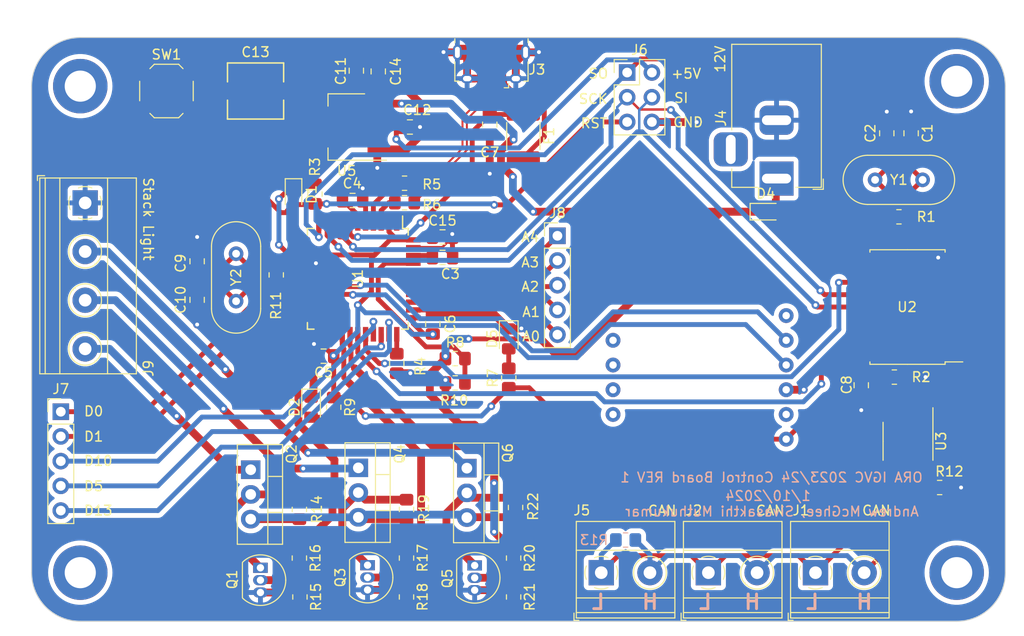
<source format=kicad_pcb>
(kicad_pcb (version 20221018) (generator pcbnew)
  (layers (0 "F.Cu" signal) (31 "B.Cu" signal) (34 "B.Paste" user) (35 "F.Paste" user) (36 "B.SilkS" user "B.Silkscreen") (37 "F.SilkS" user "F.Silkscreen") (38 "B.Mask" user) (39 "F.Mask" user) (44 "Edge.Cuts" user))
  (net 0 "")
  (net 2 "Net-(U1-UCAP)")
  (net 3 "Net-(D2-A)")
  (net 4 "RST")
  (net 5 "VBUS")
  (net 6 "Net-(Q1-D)")
  (net 7 "IMU_SCL")
  (net 8 "IMU_SDA")
  (net 10 "XTAL1")
  (net 11 "Net-(U1-~{HWB}{slash}PE2)")
  (net 12 "Net-(U1-AREF)")
  (net 13 "Net-(J3-VBUS)")
  (net 14 "Net-(D5-A)")
  (net 17 "Net-(Q1-G)")
  (net 18 "LED_R")
  (net 19 "Net-(Q3-D)")
  (net 30 "Net-(U3-Rs)")
  (net 31 "Net-(U2-TXCAN)")
  (net 32 "Net-(U2-RXCAN)")
  (net 33 "CAN_L")
  (net 34 "CAN_H")
  (net 35 "Net-(U2-OSC2)")
  (net 36 "Net-(U2-OSC1)")
  (net 37 "Net-(U2-~{RESET})")
  (net 38 "CAN_INT")
  (net 39 "CAN_SCK")
  (net 40 "CAN_SI")
  (net 41 "CAN_SO")
  (net 42 "CAN_CS")
  (net 43 "+5V")
  (net 44 "GND")
  (net 45 "XTAL2")
  (net 47 "D+")
  (net 48 "D-")
  (net 55 "(USB) D-")
  (net 56 "(USB) D+")
  (net 57 "PWRIN")
  (net 58 "Net-(D4-A)")
  (net 59 "Norm_Voltage")
  (net 60 "Net-(Q3-G)")
  (net 61 "LED_Y")
  (net 62 "Net-(Q5-D)")
  (net 63 "Net-(Q5-G)")
  (net 64 "LED_G")
  (net 65 "LEDPWR_R")
  (net 66 "LEDPWR_Y")
  (net 67 "LEDPWR_G")
  (net 68 "SS")
  (net 69 "D0")
  (net 70 "D1")
  (net 71 "D10")
  (net 72 "D5")
  (net 73 "D13")
  (net 74 "A0")
  (net 75 "A1")
  (net 76 "A2")
  (net 77 "A3")
  (net 78 "A4")
  (footprint "Package_QFP:TQFP-44_10x10mm_P0.8mm" (layer "F.Cu") (at 123.5 74.8 -90)
    (fp_text reference "U1")
    (fp_text value "ATmega32U4-A")
  )
  (footprint "Button_Switch_SMD:SW_SPST_TL3342" (layer "F.Cu") (at 103.85 55.5)
    (fp_text reference "SW1")
    (fp_text value "Reset")
  )
  (footprint "Package_TO_SOT_THT:TO-92_Inline" (layer "F.Cu") (at 124.5 104.23 -90)
    (fp_text reference "Q3")
    (fp_text value "BS170")
  )
  (footprint "Capacitor_SMD:C_0805_2012Metric_Pad1.18x1.45mm_HandSolder" (layer "F.Cu") (at 107 76.9625 -90)
    (fp_text reference "C10")
    (fp_text value "22pF")
  )
  (footprint "Package_TO_SOT_THT:TO-220-3_Vertical" (layer "F.Cu") (at 123.555 94.23 -90)
    (fp_text reference "Q4")
    (fp_text value "IRF9540N")
  )
  (footprint "MountingHole:MountingHole_3.2mm_M3_DIN965_Pad" (layer "F.Cu") (at 185 105)
    (fp_text reference "H1" hide)
    (fp_text value "MountingHole_Pad")
  )
  (footprint "Capacitor_SMD:C_0805_2012Metric_Pad1.18x1.45mm_HandSolder" (layer "F.Cu") (at 107 73 -90)
    (fp_text reference "C9")
    (fp_text value "22pF")
  )
  (footprint "Resistor_SMD:R_0805_2012Metric_Pad1.20x1.40mm_HandSolder" (layer "F.Cu") (at 117.5 103.5 -90)
    (fp_text reference "R16")
    (fp_text value "1k")
  )
  (footprint "Resistor_SMD:R_0805_2012Metric_Pad1.20x1.40mm_HandSolder" (layer "F.Cu") (at 115.125 74.4 -90)
    (fp_text reference "R11")
    (fp_text value "1M")
  )
  (footprint "MountingHole:MountingHole_3.2mm_M3_DIN965_Pad" (layer "F.Cu") (at 95 55)
    (fp_text reference "H3" hide)
    (fp_text value "MountingHole_Pad")
  )
  (footprint "LED_SMD:LED_0805_2012Metric_Pad1.15x1.40mm_HandSolder" (layer "F.Cu") (at 139 80.975 -90)
    (fp_text reference "D5")
    (fp_text value "IMU_LED")
  )
  (footprint "Package_TO_SOT_THT:TO-92_Inline" (layer "F.Cu") (at 135.5 104.26 -90)
    (fp_text reference "Q5")
    (fp_text value "BS170")
  )
  (footprint "MountingHole:MountingHole_3.2mm_M3_DIN965_Pad" (layer "F.Cu") (at 95 105)
    (fp_text reference "H2" hide)
    (fp_text value "MountingHole_Pad")
  )
  (footprint "Package_TO_SOT_SMD:SOT-223-3_TabPin2" (layer "F.Cu") (at 122.35 59.2 180)
    (fp_text reference "U5")
    (fp_text value "NCP1117-5.0_SOT223")
  )
  (footprint "Capacitor_SMD:C_0805_2012Metric_Pad1.18x1.45mm_HandSolder" (layer "F.Cu") (at 175.2 85.7375 -90)
    (fp_text reference "C8")
    (fp_text value "100nF")
  )
  (footprint "Resistor_SMD:R_0805_2012Metric_Pad1.20x1.40mm_HandSolder" (layer "F.Cu") (at 121.025 88 -90)
    (fp_text reference "R9")
    (fp_text value "470")
  )
  (footprint "Capacitor_SMD:C_0805_2012Metric_Pad1.18x1.45mm_HandSolder" (layer "F.Cu") (at 122.9625 66.75 180)
    (fp_text reference "C4")
    (fp_text value "1uF")
  )
  (footprint "TerminalBlock_Phoenix:TerminalBlock_Phoenix_MKDS-1,5-2_1x02_P5.00mm_Horizontal" (layer "F.Cu") (at 148.5 105)
    (fp_text reference "J5")
    (fp_text value "CAN")
  )
  (footprint "Resistor_SMD:R_0805_2012Metric_Pad1.20x1.40mm_HandSolder" (layer "F.Cu") (at 133.5 83)
    (fp_text reference "R8")
    (fp_text value "2.2k")
  )
  (footprint "Resistor_SMD:R_0805_2012Metric_Pad1.20x1.40mm_HandSolder" (layer "F.Cu") (at 128.5 107.5 -90)
    (fp_text reference "R18")
    (fp_text value "10k")
  )
  (footprint "Crystal:Crystal_HC49-4H_Vertical" (layer "F.Cu") (at 111 77.1 90)
    (fp_text reference "Y2")
    (fp_text value "16MHz")
  )
  (footprint "Connector_USB:USB_Micro-B_Amphenol_10118194_Horizontal" (layer "F.Cu") (at 137.225 52.825 180)
    (fp_text reference "J3")
    (fp_text value "USB_B_Micro")
  )
  (footprint "Capacitor_SMD:C_0805_2012Metric_Pad1.18x1.45mm_HandSolder" (layer "F.Cu") (at 137.05 58.95 -90)
    (fp_text reference "C7")
    (fp_text value "10uF")
  )
  (footprint "Resistor_SMD:R_0805_2012Metric_Pad1.20x1.40mm_HandSolder" (layer "F.Cu") (at 179.07 68.43 180)
    (fp_text reference "R1")
    (fp_text value "1M")
  )
  (footprint "Resistor_SMD:R_0805_2012Metric_Pad1.20x1.40mm_HandSolder" (layer "F.Cu") (at 139.7 98.3 90)
    (fp_text reference "R22")
    (fp_text value "10k")
  )
  (footprint "Custom_Parts:IMU_MOUNT" (layer "F.Cu") (at 148.44 97.63 90)
    (fp_text reference "U6" hide)
    (fp_text value "IMU_MOUNT")
  )
  (footprint "Connector_BarrelJack:BarrelJack_Horizontal" (layer "F.Cu") (at 166.5 64.5 -90)
    (fp_text reference "J4")
    (fp_text value "12V")
  )
  (footprint "Package_TO_SOT_THT:TO-220-3_Vertical" (layer "F.Cu") (at 112.5 94.42 -90)
    (fp_text reference "Q2")
    (fp_text value "IRF9540N")
  )
  (footprint "Capacitor_SMD:C_0805_2012Metric_Pad1.18x1.45mm_HandSolder" (layer "F.Cu") (at 125.6 53.4875 -90)
    (fp_text reference "C14")
    (fp_text value "100nF")
  )
  (footprint "Resistor_SMD:R_0805_2012Metric_Pad1.20x1.40mm_HandSolder" (layer "F.Cu") (at 117.555 107.5 -90)
    (fp_text reference "R15")
    (fp_text value "10k")
  )
  (footprint "Resistor_SMD:R_0805_2012Metric_Pad1.20x1.40mm_HandSolder" (layer "F.Cu") (at 128.5 103.5 -90)
    (fp_text reference "R17")
    (fp_text value "1k")
  )
  (footprint "Package_TO_SOT_THT:TO-92_Inline" (layer "F.Cu") (at 113.5 104.5 -90)
    (fp_text reference "Q1")
    (fp_text value "BS170")
  )
  (footprint "Resistor_SMD:R_0805_2012Metric_Pad1.20x1.40mm_HandSolder" (layer "F.Cu") (at 128.3 64.975 180)
    (fp_text reference "R5")
    (fp_text value "22")
  )
  (footprint "Crystal:Crystal_HC49-4H_Vertical" (layer "F.Cu") (at 176.62 64.63)
    (fp_text reference "Y1")
    (fp_text value "8Mhz")
  )
  (footprint "Resistor_SMD:R_0805_2012Metric_Pad1.20x1.40mm_HandSolder" (layer "F.Cu") (at 128.5 98.5 90)
    (fp_text reference "R19")
    (fp_text value "10k")
  )
  (footprint "Diode_SMD:D_SOD-323" (layer "F.Cu") (at 165.4 67.9)
    (fp_text reference "D4")
    (fp_text value "PWRIN")
  )
  (footprint "Fuse:Fuse_1812_4532Metric_Pad1.30x3.40mm_HandSolder" (layer "F.Cu") (at 140.5 60.125 -90)
    (fp_text reference "F1")
    (fp_text value "MF-MSMF050-2")
  )
  (footprint "MountingHole:MountingHole_3.2mm_M3_DIN965_Pad" (layer "F.Cu") (at 185 54.5)
    (fp_text reference "H4" hide)
    (fp_text value "MountingHole_Pad")
  )
  (footprint "Resistor_SMD:R_0805_2012Metric_Pad1.20x1.40mm_HandSolder" (layer "F.Cu") (at 117.5 98.5 90)
    (fp_text reference "R14")
    (fp_text value "10k")
  )
  (footprint "Package_SO:SOIC-8_3.9x4.9mm_P1.27mm" (layer "F.Cu") (at 180 91.5 -90)
    (fp_text reference "U3")
    (fp_text value "MCP2551-I-SN")
  )
  (footprint "Resistor_SMD:R_0805_2012Metric_Pad1.20x1.40mm_HandSolder" (layer "F.Cu") (at 119.1 66.1 90)
    (fp_text reference "R3")
    (fp_text value "10k")
  )
  (footprint "Connector_PinHeader_2.54mm:PinHeader_2x03_P2.54mm_Vertical" (layer "F.Cu") (at 151.16 53.6)
    (fp_text reference "J6")
    (fp_text value "Conn_02x03_Top_Bottom")
  )
  (footprint "Capacitor_SMD:C_0805_2012Metric_Pad1.18x1.45mm_HandSolder" (layer "F.Cu") (at 177.82 59.8425 90)
    (fp_text reference "C2")
    (fp_text value "22uF")
  )
  (footprint "Resistor_SMD:R_0805_2012Metric_Pad1.20x1.40mm_HandSolder" (layer "F.Cu") (at 139.5 107.5 -90)
    (fp_text reference "R21")
    (fp_text value "10k")
  )
  (footprint "Capacitor_SMD:C_0805_2012Metric_Pad1.18x1.45mm_HandSolder" (layer "F.Cu") (at 119.9875 82.75 180)
    (fp_text reference "C5")
    (fp_text value "100nF")
  )
  (footprint "Capacitor_SMD:C_0805_2012Metric_Pad1.18x1.45mm_HandSolder" (layer "F.Cu") (at 180.32 59.8425 -90)
    (fp_text reference "C1")
    (fp_text value "22uF")
  )
  (footprint "TerminalBlock_Phoenix:TerminalBlock_Phoenix_MKDS-1,5-2_1x02_P5.00mm_Horizontal" (layer "F.Cu") (at 159.5 105)
    (fp_text reference "J2")
    (fp_text value "CAN")
  )
  (footprint "Capacitor_SMD:C_0805_2012Metric_Pad1.18x1.45mm_HandSolder" (layer "F.Cu") (at 123.35 53.4125 -90)
    (fp_text reference "C11")
    (fp_text value "10nF")
  )
  (footprint "TerminalBlock_Phoenix:TerminalBlock_Phoenix_MKDS-1,5-2_1x02_P5.00mm_Horizontal" (layer "F.Cu") (at 170.5 105)
    (fp_text reference "J1")
    (fp_text value "CAN")
  )
  (footprint "AdditionalParts:CAP_WCAP-ASLI_05p0X05p5_WRE" (layer "F.Cu") (at 113 55.5 180)
    (fp_text reference "C13")
    (fp_text value "22uF")
  )
  (footprint "Capacitor_SMD:C_0805_2012Metric_Pad1.18x1.45mm_HandSolder" (layer "F.Cu") (at 132.2 70.5)
    (fp_text reference "C15")
    (fp_text value "1uF")
  )
  (footprint "Capacitor_SMD:C_0805_2012Metric_Pad1.18x1.45mm_HandSolder" (layer "F.Cu") (at 131.2 79.4375 90)
    (fp_text reference "C6")
    (fp_text value "100nF")
  )
  (footprint "LED_SMD:LED_0805_2012Metric_Pad1.15x1.40mm_HandSolder" (layer "F.Cu") (at 118.7 88 -90)
    (fp_text reference "D2")
    (fp_text value "LED_Small")
  )
  (footprint "Capacitor_SMD:C_0805_2012Metric_Pad1.18x1.45mm_HandSolder" (layer "F.Cu") (at 128.85 59.2 180)
    (fp_text reference "C12")
    (fp_text value "100nF")
  )
  (footprint "Capacitor_SMD:C_0805_2012Metric_Pad1.18x1.45mm_HandSolder" (layer "F.Cu") (at 132.2 72.6 180)
    (fp_text reference "C3")
    (fp_text value "100nF")
  )
  (footprint "Connector_PinHeader_2.54mm:PinHeader_1x05_P2.54mm_Vertical" (layer "F.Cu") (at 144 70.38)
    (fp_text reference "J8")
    (fp_text value "Conn_01x05_Pin")
  )
  (footprint "Resistor_SMD:R_0805_2012Metric_Pad1.20x1.40mm_HandSolder" (layer "F.Cu") (at 178.6 84.9 180)
    (fp_text reference "R2")
    (fp_text value "10k")
  )
  (footprint "Resistor_SMD:R_0805_2012Metric_Pad1.20x1.40mm_HandSolder" (layer "F.Cu") (at 139.5 103.5 -90)
    (fp_text reference "R20")
    (fp_text value "1k")
  )
  (footprint "Resistor_SMD:R_0805_2012Metric_Pad1.20x1.40mm_HandSolder" (layer "F.Cu") (at 183.25 96.25)
    (fp_text reference "R12")
    (fp_text value "10k")
  )
  (footprint "Diode_SMD:D_SOD-323" (layer "F.Cu") (at 116.9 66.125 -90)
    (fp_text reference "D1")
    (fp_text value "rst")
  )
  (footprint "Resistor_SMD:R_0805_2012Metric_Pad1.20x1.40mm_HandSolder" (layer "F.Cu") (at 128.3 66.975)
    (fp_text reference "R6")
    (fp_text value "22")
  )
  (footprint "TerminalBlock_Phoenix:TerminalBlock_Phoenix_MKDS-1,5-4_1x04_P5.00mm_Horizontal" (layer "F.Cu") (at 95.5 67 -90)
    (fp_text reference "J9")
    (fp_text value "Stack Light")
  )
  (footprint "Resistor_SMD:R_0805_2012Metric_Pad1.20x1.40mm_HandSolder" (layer "F.Cu") (at 127.5 83.5 -90)
    (fp_text reference "R4")
    (fp_text value "10k")
  )
  (footprint "Resistor_SMD:R_0805_2012Metric_Pad1.20x1.40mm_HandSolder" (layer "F.Cu") (at 133.5 85.5)
    (fp_text reference "R10")
    (fp_text value "1.57k")
  )
  (footprint "Resistor_SMD:R_0805_2012Metric_Pad1.20x1.40mm_HandSolder" (layer "F.Cu") (at 139 85 90)
    (fp_text reference "R7")
    (fp_text value "470")
  )
  (footprint "Package_SO:SOIC-18W_7.5x11.6mm_P1.27mm" (layer "F.Cu") (at 179.95 77.7 180)
    (fp_text reference "U2")
    (fp_text value "MCP2515-xSO")
  )
  (footprint "Connector_PinHeader_2.54mm:PinHeader_1x05_P2.54mm_Vertical" (layer "F.Cu") (at 93 88.46)
    (fp_text reference "J7")
    (fp_text value "Conn_01x05_Pin")
  )
  (footprint "Package_TO_SOT_THT:TO-220-3_Vertical" (layer "F.Cu") (at 134.7 94.26 -90)
    (fp_text reference "Q6")
    (fp_text value "IRF9540N")
  )
  (footprint "Resistor_SMD:R_0805_2012Metric_Pad1.20x1.40mm_HandSolder" (layer "B.Cu") (at 151 101.645 180)
    (fp_text reference "R13")
    (fp_text value "120")
  )
  (gr_arc (start 95 110) (mid 91.464466 108.535534) (end 90 105) (stroke (width 0.1)) (layer "Edge.Cuts"))
  (gr_arc (start 90 55) (mid 91.464466 51.464466) (end 95 50) (stroke (width 0.1)) (layer "Edge.Cuts"))
  (gr_line (start 190 105) (end 190 55) (stroke (width 0.1)) (layer "Edge.Cuts"))
  (gr_line (start 185 50) (end 95 50) (stroke (width 0.1)) (layer "Edge.Cuts"))
  (gr_line (start 90 55) (end 90 105) (stroke (width 0.1)) (layer "Edge.Cuts"))
  (gr_arc (start 190 105) (mid 188.535534 108.535534) (end 185 110) (stroke (width 0.1)) (layer "Edge.Cuts"))
  (gr_arc (start 185 50) (mid 188.535534 51.464466) (end 190 55) (stroke (width 0.1)) (layer "Edge.Cuts"))
  (gr_line (start 95 110) (end 185 110) (stroke (width 0.1)) (layer "Edge.Cuts"))
  (gr_text "ORA IGVC 2023/24 Control Board REV 1" (at 181.6 95.8) (layer "B.SilkS") (effects (font (size 1 1)) (justify left bottom mirror)))
  (gr_text "L\n" (at 160 108.895) (layer "B.SilkS") (effects (font (size 1.5 1.5) (thickness 0.3) bold) (justify left bottom mirror)))
  (gr_text "L\n" (at 171 108.895) (layer "B.SilkS") (effects (font (size 1.5 1.5) (thickness 0.3) bold) (justify left bottom mirror)))
  (gr_text "H\n" (at 165 108.895) (layer "B.SilkS") (effects (font (size 1.5 1.5) (thickness 0.3) bold) (justify left bottom mirror)))
  (gr_text "H\n" (at 154.5 108.895) (layer "B.SilkS") (effects (font (size 1.5 1.5) (thickness 0.3) bold) (justify left bottom mirror)))
  (gr_text "Andrew McGhee, Sivasakthi Muthukumar" (at 181.2 99.3) (layer "B.SilkS") (effects (font (size 1 1)) (justify left bottom mirror)))
  (gr_text "H\n" (at 176.5 108.895) (layer "B.SilkS") (effects (font (size 1.5 1.5) (thickness 0.3) bold) (justify left bottom mirror)))
  (gr_text "1/10/2024\n" (at 170.1 97.7) (layer "B.SilkS") (effects (font (size 1 1)) (justify left bottom mirror)))
  (gr_text "L\n" (at 149 108.895) (layer "B.SilkS") (effects (font (size 1.5 1.5) (thickness 0.3) bold) (justify left bottom mirror)))
  (gr_text "D10" (at 95.3 94.1) (layer "F.SilkS") (effects (font (size 1 1)) (justify left bottom)))
  (gr_text "A4" (at 140.2 71.1) (layer "F.SilkS") (effects (font (size 1 1)) (justify left bottom)))
  (gr_text "A1" (at 140.3 78.8) (layer "F.SilkS") (effects (font (size 1 1)) (justify left bottom)))
  (gr_text "A2" (at 140.2 76.2) (layer "F.SilkS") (effects (font (size 1 1)) (justify left bottom)))
  (gr_text "SO" (at 147.1 54.3) (layer "F.SilkS") (effects (font (size 1 1)) (justify left bottom)))
  (gr_text "A0" (at 140.3 81.3) (layer "F.SilkS") (effects (font (size 1 1)) (justify left bottom)))
  (gr_text "GND" (at 155.8 59.3) (layer "F.SilkS") (effects (font (size 1 1)) (justify left bottom)))
  (gr_text "D1" (at 95.3 91.6) (layer "F.SilkS") (effects (font (size 1 1)) (justify left bottom)))
  (gr_text "D13" (at 95.3 99.2) (layer "F.SilkS") (effects (font (size 1 1)) (justify left bottom)))
  (gr_text "RST" (at 146.3 59.4) (layer "F.SilkS") (effects (font (size 1 1)) (justify left bottom)))
  (gr_text "D0" (at 95.3 89) (layer "F.SilkS") (effects (font (size 1 1)) (justify left bottom)))
  (gr_text "Stack Light" (at 101.4 64.3 -90) (layer "F.SilkS") (effects (font (size 1 1)) (justify left bottom)))
  (gr_text "D5" (at 95.3 96.7) (layer "F.SilkS") (effects (font (size 1 1)) (justify left bottom)))
  (gr_text "A3" (at 140.2 73.7) (layer "F.SilkS") (effects (font (size 1 1)) (justify left bottom)))
  (gr_text "CAN" (at 175.2 99.2) (layer "F.SilkS") (effects (font (size 1 1)) (justify left bottom)))
  (gr_text "12V" (at 161.3 53.7 90) (layer "F.SilkS") (effects (font (size 1 1)) (justify left bottom)))
  (gr_text "CAN" (at 153.2 99.2) (layer "F.SilkS") (effects (font (size 1 1)) (justify left bottom)))
  (gr_text "+5V" (at 155.6 54.3) (layer "F.SilkS") (effects (font (size 1 1)) (justify left bottom)))
  (gr_text "SCK" (at 146.1 56.9) (layer "F.SilkS") (effects (font (size 1 1)) (justify left bottom)))
  (gr_text "SI\n" (at 155.9 56.8) (layer "F.SilkS") (effects (font (size 1 1)) (justify left bottom)))
  (gr_text "CAN" (at 164.3 99.2) (layer "F.SilkS") (effects (font (size 1 1)) (justify left bottom)))
  (segment (start 123.5 69.1) (end 123.5 68.238604) (width 0.5) (layer "F.Cu") (net 2))
  (segment (start 122.011396 66.75) (end 121.925 66.75) (width 0.5) (layer "F.Cu") (net 2))
  (segment (start 123.5 68.238604) (end 122.011396 66.75) (width 0.5) (layer "F.Cu") (net 2))
  (segment (start 121 89.025) (end 121.025 89) (width 0.5) (layer "F.Cu") (net 3))
  (segment (start 118.7 89.025) (end 121 89.025) (width 0.5) (layer "F.Cu") (net 3))
  (segment (start 116.6 68) (end 116.6 71.261396) (width 0.5) (layer "F.Cu") (net 4))
  (segment (start 119.025 67.175) (end 119.1 67.1) (width 0.5) (layer "F.Cu") (net 4))
  (segment (start 116.938604 71.6) (end 117.8 71.6) (width 0.5) (layer "F.Cu") (net 4))
  (segment (start 107 57.4) (end 107 59.402082) (width 0.5) (layer "F.Cu") (net 4))
  (segment (start 138.8 67.2) (end 147.32 58.68) (width 0.5) (layer "F.Cu") (net 4))
  (segment (start 116.25 67.8) (end 116.9 67.15) (width 0.5) (layer "F.Cu") (net 4))
  (segment (start 116.9 67.175) (end 119.025 67.175) (width 0.5) (layer "F.Cu") (net 4))
  (segment (start 115.597918 68) (end 116.6 68) (width 0.5) (layer "F.Cu") (net 4))
  (segment (start 107 59.402082) (end 115.597918 68) (width 0.5) (layer "F.Cu") (net 4))
  (segment (start 147.32 58.68) (end 151.16 58.68) (width 0.5) (layer "F.Cu") (net 4))
  (segment (start 116.9 67.15) (end 116.6 67.45) (width 0.5) (layer "F.Cu") (net 4))
  (segment (start 137.5 67.2) (end 138.8 67.2) (width 0.5) (layer "F.Cu") (net 4))
  (segment (start 119.1 67.1) (end 120.3 67.1) (width 0.5) (layer "F.Cu") (net 4))
  (segment (start 116.6 67.45) (end 116.6 68) (width 0.5) (layer "F.Cu") (net 4))
  (segment (start 100.7 57.4) (end 107 57.4) (width 0.5) (layer "F.Cu") (net 4))
  (segment (start 116.6 71.261396) (end 116.938604 71.6) (width 0.5) (layer "F.Cu") (net 4))
  (via (at 137.5 67.2) (size 0.8) (drill 0.4) (layers "F.Cu" "B.Cu") (net 4))
  (via (at 120.3 67.1) (size 0.8) (drill 0.4) (layers "F.Cu" "B.Cu") (net 4))
  (segment (start 137.5 67.2) (end 137.4 67.1) (width 0.5) (layer "B.Cu") (net 4))
  (segment (start 137.4 67.1) (end 120.3 67.1) (width 0.5) (layer "B.Cu") (net 4))
  (segment (start 137.05 57.9125) (end 140.4875 57.9125) (width 0.5) (layer "F.Cu") (net 5))
  (segment (start 140.4875 57.9125) (end 140.5 57.9) (width 0.5) (layer "F.Cu") (net 5))
  (segment (start 129.95 69.05) (end 135.25 63.75) (width 0.5) (layer "F.Cu") (net 5))
  (segment (start 135.25 59.7125) (end 137.05 57.9125) (width 0.5) (layer "F.Cu") (net 5))
  (segment (start 122.7 70.2) (end 123 70.5) (width 0.5) (layer "F.Cu") (net 5))
  (segment (start 122.7 69.1) (end 122.7 70.2) (width 0.5) (layer "F.Cu") (net 5))
  (segment (start 135.25 63.75) (end 135.25 59.7125) (width 0.5) (layer "F.Cu") (net 5))
  (segment (start 123 70.5) (end 123.5 70.5) (width 0.5) (layer "F.Cu") (net 5))
  (via (at 123.5 70.5) (size 0.8) (drill 0.4) (layers "F.Cu" "B.Cu") (net 5))
  (via (at 129.95 69.05) (size 0.8) (drill 0.4) (layers "F.Cu" "B.Cu") (net 5))
  (segment (start 128.5 70.5) (end 123.5 70.5) (width 0.5) (layer "B.Cu") (net 5))
  (segment (start 129.95 69.05) (end 128.5 70.5) (width 0.5) (layer "B.Cu") (net 5))
  (segment (start 112.5 96.96) (end 112.34 96.96) (width 0.8) (layer "F.Cu") (net 6))
  (segment (start 112.5 96.96) (end 116.96 96.96) (width 0.8) (layer "F.Cu") (net 6))
  (segment (start 112.34 96.96) (end 110.2 99.1) (width 0.8) (layer "F.Cu") (net 6))
  (segment (start 110.2 101.2) (end 113.5 104.5) (width 0.8) (layer "F.Cu") (net 6))
  (segment (start 116.96 96.96) (end 117.5 97.5) (width 0.8) (layer "F.Cu") (net 6))
  (segment (start 110.2 99.1) (end 110.2 101.2) (width 0.8) (layer "F.Cu") (net 6))
  (segment (start 123.8 75.449997) (end 123.649997 75.6) (width 0.5) (layer "F.Cu") (net 7))
  (segment (start 123.649997 75.6) (end 117.8 75.6) (width 0.5) (layer "F.Cu") (net 7))
  (via (at 123.8 75.449997) (size 0.8) (drill 0.4) (layers "F.Cu" "B.Cu") (net 7))
  (segment (start 164.57 78.2) (end 167.49 81.12) (width 0.5) (layer "B.Cu") (net 7))
  (segment (start 123.8 75.449997) (end 126.449997 75.449997) (width 0.5) (layer "B.Cu") (net 7))
  (segment (start 129.9 78.9) (end 138.097918 78.9) (width 0.5) (layer "B.Cu") (net 7))
  (segment (start 126.449997 75.449997) (end 129.9 78.9) (width 0.5) (layer "B.Cu") (net 7))
  (segment (start 141.397918 82.2) (end 145.71005 82.2) (width 0.5) (layer "B.Cu") (net 7))
  (segment (start 149.71005 78.2) (end 164.57 78.2) (width 0.5) (layer "B.Cu") (net 7))
  (segment (start 138.097918 78.9) (end 141.397918 82.2) (width 0.5) (layer "B.Cu") (net 7))
  (segment (start 145.71005 82.2) (end 149.71005 78.2) (width 0.5) (layer "B.Cu") (net 7))
  (segment (start 122.9505 76.4) (end 117.8 76.4) (width 0.5) (layer "F.Cu") (net 8))
  (segment (start 123 76.4495) (end 122.9505 76.4) (width 0.5) (layer "F.Cu") (net 8))
  (via (at 123 76.4495) (size 0.8) (drill 0.4) (layers "F.Cu" "B.Cu") (net 8))
  (segment (start 163.33 79.5) (end 167.49 83.66) (width 0.5) (layer "B.Cu") (net 8))
  (segment (start 123 76.4495) (end 126.3495 76.4495) (width 0.5) (layer "B.Cu") (net 8))
  (segment (start 141 82.9) (end 146 82.9) (width 0.5) (layer "B.Cu") (net 8))
  (segment (start 149.4 79.5) (end 163.33 79.5) (width 0.5) (layer "B.Cu") (net 8))
  (segment (start 129.5 79.6) (end 137.7 79.6) (width 0.5) (layer "B.Cu") (net 8))
  (segment (start 137.7 79.6) (end 141 82.9) (width 0.5) (layer "B.Cu") (net 8))
  (segment (start 126.3495 76.4495) (end 129.5 79.6) (width 0.5) (layer "B.Cu") (net 8))
  (segment (start 146 82.9) (end 149.4 79.5) (width 0.5) (layer "B.Cu") (net 8))
  (segment (start 112.7 75.4) (end 111 77.1) (width 0.5) (layer "F.Cu") (net 10))
  (segment (start 115.125 75.4) (end 112.7 75.4) (width 0.5) (layer "F.Cu") (net 10))
  (segment (start 115.725 74.8) (end 117.8 74.8) (width 0.5) (layer "F.Cu") (net 10))
  (segment (start 115.125 75.4) (end 115.725 74.8) (width 0.5) (layer "F.Cu") (net 10))
  (segment (start 109.775 75.875) (end 111 77.1) (width 0.5) (layer "F.Cu") (net 10))
  (segment (start 107.275 75.875) (end 109.775 75.875) (width 0.5) (layer "F.Cu") (net 10))
  (segment (start 127.5 82.5) (end 127.5 80.5) (width 0.5) (layer "F.Cu") (net 11))
  (segment (start 131.0625 72.4) (end 129.2 72.4) (width 0.5) (layer "F.Cu") (net 12))
  (segment (start 131.1625 72.5) (end 131.0625 72.4) (width 0.5) (layer "F.Cu") (net 12))
  (segment (start 138.525 54.225) (end 138.525 54.743413) (width 0.25) (layer "F.Cu") (net 13))
  (segment (start 142.65 60.2) (end 142.65 57.15) (width 0.5) (layer "F.Cu") (net 13))
  (segment (start 138.575 54.775) (end 138.575 54.225) (width 0.5) (layer "F.Cu") (net 13))
  (segment (start 139.85 56.05) (end 138.575 54.775) (width 0.5) (layer "F.Cu") (net 13))
  (segment (start 142.65 57.15) (end 141.55 56.05) (width 0.5) (layer "F.Cu") (net 13))
  (segment (start 141.55 56.05) (end 139.85 56.05) (width 0.5) (layer "F.Cu") (net 13))
  (segment (start 140.5 62.35) (end 142.65 60.2) (width 0.5) (layer "F.Cu") (net 13))
  (segment (start 139 82) (end 139 84) (width 0.5) (layer "F.Cu") (net 14))
  (segment (start 117.5 106.445) (end 117.555 106.5) (width 0.8) (layer "F.Cu") (net 17))
  (segment (start 113.5 105.77) (end 116.825 105.77) (width 0.8) (layer "F.Cu") (net 17))
  (segment (start 116.825 105.77) (end 117.555 106.5) (width 0.8) (layer "F.Cu") (net 17))
  (segment (start 117.5 104.5) (end 117.5 106.445) (width 0.8) (layer "F.Cu") (net 17))
  (segment (start 104.9 88.9) (end 110.42 94.42) (width 0.8) (layer "F.Cu") (net 18))
  (segment (start 110.42 94.42) (end 112.5 94.42) (width 0.8) (layer "F.Cu") (net 18))
  (via (at 104.9 88.9) (size 0.8) (drill 0.4) (layers "F.Cu" "B.Cu") (net 18))
  (segment (start 95.6 82.9) (end 95.5 82.8) (width 0.8) (layer "B.Cu") (net 18))
  (segment (start 95.5 82) (end 95.5 82.8) (width 0.8) (layer "B.Cu") (net 18))
  (segment (start 98 82) (end 104.9 88.9) (width 0.8) (layer "B.Cu") (net 18))
  (segment (start 95.5 82) (end 98 82) (width 0.8) (layer "B.Cu") (net 18))
  (segment (start 124.285 97.5) (end 123.555 96.77) (width 0.8) (layer "F.Cu") (net 19))
  (segment (start 121.9 101.63) (end 124.5 104.23) (width 0.8) (layer "F.Cu") (net 19))
  (segment (start 123.555 96.77) (end 121.9 98.425) (width 0.8) (layer "F.Cu") (net 19))
  (segment (start 128.5 97.5) (end 124.285 97.5) (width 0.8) (layer "F.Cu") (net 19))
  (segment (start 121.9 98.425) (end 121.9 101.63) (width 0.8) (layer "F.Cu") (net 19))
  (segment (start 181.905 93.975) (end 181.905 95.905) (width 0.5) (layer "F.Cu") (net 30))
  (segment (start 181.905 95.905) (end 182.25 96.25) (width 0.5) (layer "F.Cu") (net 30))
  (segment (start 181.905 89.025) (end 184.6 86.33) (width 0.5) (layer "F.Cu") (net 31))
  (segment (start 184.6 86.33) (end 184.6 82.78) (width 0.5) (layer "F.Cu") (net 31))
  (segment (start 187.3 85.7) (end 187.3 83.2) (width 0.5) (layer "F.Cu") (net 32))
  (segment (start 182.55 90.45) (end 187.3 85.7) (width 0.5) (layer "F.Cu") (net 32))
  (segment (start 187.3 83.2) (end 185.61 81.51) (width 0.5) (layer "F.Cu") (net 32))
  (segment (start 185.61 81.51) (end 184.6 81.51) (width 0.5) (layer "F.Cu") (net 32))
  (segment (start 178.095 89.025) (end 178.095 90) (width 0.5) (layer "F.Cu") (net 32))
  (segment (start 178.545 90.45) (end 182.55 90.45) (width 0.5) (layer "F.Cu") (net 32))
  (segment (start 178.095 90) (end 178.545 90.45) (width 0.5) (layer "F.Cu") (net 32))
  (segment (start 179.365 96.135) (end 179.365 93.975) (width 0.5) (layer "F.Cu") (net 33))
  (segment (start 157.75 103.25) (end 159.5 105) (width 0.5) (layer "F.Cu") (net 33))
  (segment (start 159.5 105) (end 161.25 103.25) (width 0.5) (layer "F.Cu") (net 33))
  (segment (start 170.5 105) (end 179.365 96.135) (width 0.5) (layer "F.Cu") (net 33))
  (segment (start 148.5 105) (end 150.25 103.25) (width 0.5) (layer "F.Cu") (net 33))
  (segment (start 168.75 103.25) (end 170.5 105) (width 0.5) (layer "F.Cu") (net 33))
  (segment (start 150.25 103.25) (end 157.75 103.25) (width 0.5) (layer "F.Cu") (net 33))
  (segment (start 161.25 103.25) (end 168.75 103.25) (width 0.5) (layer "F.Cu") (net 33))
  (segment (start 148.5 105) (end 148.5 103.145) (width 0.5) (layer "B.Cu") (net 33))
  (segment (start 148.5 103.145) (end 150 101.645) (width 0.5) (layer "B.Cu") (net 33))
  (segment (start 180.635 99.865) (end 175.5 105) (width 0.5) (layer "F.Cu") (net 34))
  (segment (start 180.635 93.975) (end 180.635 99.865) (width 0.5) (layer "F.Cu") (net 34))
  (segment (start 155.25 103.25) (end 162.75 103.25) (width 0.5) (layer "B.Cu") (net 34))
  (segment (start 162.75 103.25) (end 164.5 105) (width 0.5) (layer "B.Cu") (net 34))
  (segment (start 166.25 103.25) (end 173.75 103.25) (width 0.5) (layer "B.Cu") (net 34))
  (segment (start 173.75 103.25) (end 175.5 105) (width 0.5) (layer "B.Cu") (net 34))
  (segment (start 153.5 105) (end 153.5 103.145) (width 0.5) (layer "B.Cu") (net 34))
  (segment (start 164.5 105) (end 166.25 103.25) (width 0.5) (layer "B.Cu") (net 34))
  (segment (start 153.5 105) (end 155.25 103.25) (width 0.5) (layer "B.Cu") (net 34))
  (segment (start 153.5 103.145) (end 152 101.645) (width 0.5) (layer "B.Cu") (net 34))
  (segment (start 180.32 60.88) (end 180.32 63.45) (width 0.5) (layer "F.Cu") (net 35))
  (segment (start 180.32 63.45) (end 181.5 64.63) (width 0.5) (layer "F.Cu") (net 35))
  (segment (start 182.33 68.43) (end 180.07 68.43) (width 0.5) (layer "F.Cu") (net 35))
  (segment (start 185.625 75.16) (end 186.075 74.71) (width 0.5) (layer "F.Cu") (net 35))
  (segment (start 186.075 74.71) (end 186.075 72.175) (width 0.5) (layer "F.Cu") (net 35))
  (segment (start 180.07 66.06) (end 181.5 64.63) (width 0.5) (layer "F.Cu") (net 35))
  (segment (start 180.07 68.43) (end 180.07 66.06) (width 0.5) (layer "F.Cu") (net 35))
  (segment (start 184.6 75.16) (end 185.625 75.16) (width 0.5) (layer "F.Cu") (net 35))
  (segment (start 186.075 72.175) (end 182.33 68.43) (width 0.5) (layer "F.Cu") (net 35))
  (segment (start 178.07 68.43) (end 178.07 66.08) (width 0.5) (layer "F.Cu") (net 36))
  (segment (start 178.07 70.47) (end 178.07 68.43) (width 0.5) (layer "F.Cu") (net 36))
  (segment (start 177.82 60.88) (end 177.82 63.43) (width 0.5) (layer "F.Cu") (net 36))
  (segment (start 178.07 66.08) (end 176.62 64.63) (width 0.5) (layer "F.Cu") (net 36))
  (segment (start 177.82 63.43) (end 176.62 64.63) (width 0.5) (layer "F.Cu") (net 36))
  (segment (start 181.49 73.89) (end 178.07 70.47) (width 0.5) (layer "F.Cu") (net 36))
  (segment (start 184.6 73.89) (end 181.49 73.89) (width 0.5) (layer "F.Cu") (net 36))
  (segment (start 177.6 84.9) (end 177.6 82.785) (width 0.5) (layer "F.Cu") (net 37))
  (segment (start 177.6 82.785) (end 176.325 81.51) (width 0.5) (layer "F.Cu") (net 37))
  (segment (start 176.325 81.51) (end 175.3 81.51) (width 0.5) (layer "F.Cu") (net 37))
  (segment (start 126.273111 83.5) (end 125.7 83.5) (width 0.5) (layer "F.Cu") (net 38))
  (segment (start 125.7 83.5) (end 124.3 82.1) (width 0.5) (layer "F.Cu") (net 38))
  (segment (start 124.3 82.1) (end 124.3 80.5) (width 0.5) (layer "F.Cu") (net 38))
  (segment (start 172.94 75.16) (end 172.9 75.2) (width 0.5) (layer "F.Cu") (net 38))
  (segment (start 175.3 75.16) (end 172.94 75.16) (width 0.5) (layer "F.Cu") (net 38))
  (via (at 172.9 75.2) (size 0.8) (drill 0.4) (layers "F.Cu" "B.Cu") (net 38))
  (via (at 126.273111 83.5) (size 0.8) (drill 0.4) (layers "F.Cu" "B.Cu") (net 38))
  (segment (start 126.273111 83.5) (end 132.047418 83.5) (width 0.5) (layer "B.Cu") (net 38))
  (segment (start 133.419418 84.872) (end 168.028 84.872) (width 0.5) (layer "B.Cu") (net 38))
  (segment (start 172.9 80) (end 172.9 75.2) (width 0.5) (layer "B.Cu") (net 38))
  (segment (start 168.028 84.872) (end 172.9 80) (width 0.5) (layer "B.Cu") (net 38))
  (segment (start 132.047418 83.5) (end 133.419418 84.872) (width 0.5) (layer "B.Cu") (net 38))
  (segment (start 155.65 57.45) (end 155.6 57.4) (width 0.25) (layer "F.Cu") (net 39))
  (segment (start 175.3 76.43) (end 171.43 76.43) (width 0.5) (layer "F.Cu") (net 39))
  (segment (start 122 70.5) (end 123 71.5) (width 0.5) (layer "F.Cu") (net 39))
  (segment (start 121.1 69.1) (end 121.1 69.961396) (width 0.5) (layer "F.Cu") (net 39))
  (segment (start 155.6 57.4) (end 152.42 57.4) (width 0.25) (layer "F.Cu") (net 39))
  (segment (start 121.638604 70.5) (end 122 70.5) (width 0.5) (layer "F.Cu") (net 39))
  (segment (start 121.1 69.961396) (end 121.638604 70.5) (width 0.5) (layer "F.Cu") (net 39))
  (segment (start 152.42 57.4) (end 151.16 56.14) (width 0.25) (layer "F.Cu") (net 39))
  (segment (start 171.43 76.43) (end 171 76) (width 0.5) (layer "F.Cu") (net 39))
  (via (at 123 71.5) (size 0.8) (drill 0.4) (layers "F.Cu" "B.Cu") (net 39))
  (via (at 171 76) (size 0.8) (drill 0.4) (layers "F.Cu" "B.Cu") (net 39))
  (via (at 155.65 57.45) (size 0.8) (drill 0.4) (layers "F.Cu" "B.Cu") (net 39))
  (segment (start 151.16 56.14) (end 150.14 57.16) (width 0.25) (layer "B.Cu") (net 39))
  (segment (start 123 71.5) (end 123.3 71.8) (width 0.5) (layer "B.Cu") (net 39))
  (segment (start 150.14 57.16) (end 150.14 57.54317) (width 0.25) (layer "B.Cu") (net 39))
  (segment (start 156.4 58.2) (end 156.4 61.4) (width 0.5) (layer "B.Cu") (net 39))
  (segment (start 149.5 61.2) (end 149.5 58.18317) (width 0.5) (layer "B.Cu") (net 39))
  (segment (start 138.9 71.8) (end 149.5 61.2) (width 0.5) (layer "B.Cu") (net 39))
  (segment (start 149.5 58.18317) (end 150.14 57.54317) (width 0.5) (layer "B.Cu") (net 39))
  (segment (start 155.65 57.45) (end 156.4 58.2) (width 0.5) (layer "B.Cu") (net 39))
  (segment (start 156.4 61.4) (end 171 76) (width 0.5) (layer "B.Cu") (net 39))
  (segment (start 123.3 71.8) (end 138.9 71.8) (width 0.5) (layer "B.Cu") (net 39))
  (segment (start 121.5 71.5) (end 120.35 70.35) (width 0.5) (layer "F.Cu") (net 40))
  (segment (start 175.3 77.7) (end 170.7 77.7) (width 0.5) (layer "F.Cu") (net 40))
  (segment (start 120.35 69.15) (end 120.3 69.1) (width 0.5) (layer "F.Cu") (net 40))
  (segment (start 120.35 70.35) (end 120.35 69.15) (width 0.5) (layer "F.Cu") (net 40))
  (segment (start 170.7 77.7) (end 170.5 77.5) (width 0.5) (layer "F.Cu") (net 40))
  (via (at 121.5 71.5) (size 0.8) (drill 0.4) (layers "F.Cu" "B.Cu") (net 40))
  (via (at 170.5 77.5) (size 0.8) (drill 0.4) (layers "F.Cu" "B.Cu") (net 40))
  (segment (start 152.4 57.44) (end 152.4 59.7) (width 0.25) (layer "B.Cu") (net 40))
  (segment (start 153.7 56.14) (end 152.4 57.44) (width 0.25) (layer "B.Cu") (net 40))
  (segment (start 152.2 59.7) (end 152.4 59.7) (width 0.5) (layer "B.Cu") (net 40))
  (segment (start 170.5 77.487748) (end 170.5 77.5) (width 0.5) (layer "B.Cu") (net 40))
  (segment (start 170.5 77.5) (end 152.7 59.7) (width 0.5) (layer "B.Cu") (net 40))
  (segment (start 152.7 59.7) (end 152.4 59.7) (width 0.5) (layer "B.Cu") (net 40))
  (segment (start 139 72.9) (end 152.2 59.7) (width 0.5) (layer "B.Cu") (net 40))
  (segment (start 122.9 72.9) (end 139 72.9) (width 0.5) (layer "B.Cu") (net 40))
  (segment (start 121.5 71.5) (end 122.9 72.9) (width 0.5) (layer "B.Cu") (net 40))
  (segment (start 175.3 78.97) (end 176.325 78.97) (width 0.5) (layer "F.Cu") (net 41))
  (segment (start 177.37 69.51995) (end 169.95 62.09995) (width 0.5) (layer "F.Cu") (net 41))
  (segment (start 119.5 69.1) (end 119.5 70.5) (width 0.5) (layer "F.Cu") (net 41))
  (segment (start 177.37 77.925) (end 177.37 69.51995) (width 0.5) (layer "F.Cu") (net 41))
  (segment (start 152.56 52.2) (end 151.16 53.6) (width 0.5) (layer "F.Cu") (net 41))
  (segment (start 176.325 78.97) (end 177.37 77.925) (width 0.5) (layer "F.Cu") (net 41))
  (segment (start 169.95 57.65) (end 164.5 52.2) (width 0.5) (layer "F.Cu") (net 41))
  (segment (start 169.95 62.09995) (end 169.95 57.65) (width 0.5) (layer "F.Cu") (net 41))
  (segment (start 164.5 52.2) (end 152.56 52.2) (width 0.5) (layer "F.Cu") (net 41))
  (via (at 119.5 70.5) (size 0.8) (drill 0.4) (layers "F.Cu" "B.Cu") (net 41))
  (segment (start 142.71 62.05) (end 151.16 53.6) (width 0.5) (layer "B.Cu") (net 41))
  (segment (start 118.2 66.8) (end 122.95 62.05) (width 0.5) (layer "B.Cu") (net 41))
  (segment (start 122.95 62.05) (end 142.71 62.05) (width 0.5) (layer "B.Cu") (net 41))
  (segment (start 119.5 70.5) (end 119.5 70.702082) (width 0.5) (layer "B.Cu") (net 41))
  (segment (start 118.2 69.2) (end 118.2 66.8) (width 0.5) (layer "B.Cu") (net 41))
  (segment (start 119.5 70.5) (end 118.2 69.2) (width 0.5) (layer "B.Cu") (net 41))
  (segment (start 174.696472 80.24) (end 175.3 80.24) (width 0.5) (layer "F.Cu") (net 42))
  (segment (start 125.427262 84.313754) (end 125.413754 84.313754) (width 0.5) (layer "F.Cu") (net 42))
  (segment (start 125.413754 84.313754) (end 123.5 82.4) (width 0.5) (layer "F.Cu") (net 42))
  (segment (start 171.1 83.836472) (end 174.696472 80.24) (width 0.5) (layer "F.Cu") (net 42))
  (segment (start 171.1 85.6) (end 171.1 83.836472) (width 0.5) (layer "F.Cu") (net 42))
  (segment (start 123.5 82.4) (end 123.5 80.5) (width 0.5) (layer "F.Cu") (net 42))
  (via (at 171.1 85.6) (size 0.8) (drill 0.4) (layers "F.Cu" "B.Cu") (net 42))
  (via (at 125.427262 84.313754) (size 0.8) (drill 0.4) (layers "F.Cu" "B.Cu") (net 42))
  (segment (start 125.513754 84.313754) (end 127.8 86.6) (width 0.5) (layer "B.Cu") (net 42))
  (segment (start 125.427262 84.313754) (end 125.513754 84.313754) (width 0.5) (layer "B.Cu") (net 42))
  (segment (start 148 86.6) (end 148.85 87.45) (width 0.5) (layer "B.Cu") (net 42))
  (segment (start 127.8 86.6) (end 148 86.6) (width 0.5) (layer "B.Cu") (net 42))
  (segment (start 170.15 86.55) (end 171.1 85.6) (width 0.5) (layer "B.Cu") (net 42))
  (segment (start 148.85 87.45) (end 169.252082 87.45) (width 0.5) (layer "B.Cu") (net 42))
  (segment (start 169.252082 87.45) (end 170.15 86.552082) (width 0.5) (layer "B.Cu") (net 42))
  (segment (start 170.15 86.552082) (end 170.15 86.55) (width 0.5) (layer "B.Cu") (net 42))
  (segment (start 121 82.7) (end 121 82.725) (width 0.5) (layer "F.Cu") (net 43))
  (segment (start 117.8 72.4) (end 117.85 72.35) (width 0.5) (layer "F.Cu") (net 43))
  (segment (start 129.2 78.8) (end 129.2 79.4) (width 0.5) (layer "F.Cu") (net 43))
  (segment (start 175.2 84.7) (end 175.2 82.88) (width 0.5) (layer "F.Cu") (net 43))
  (segment (start 146.38 91.28) (end 167.49 91.28) (width 0.5) (layer "F.Cu") (net 43))
  (segment (start 137.2 87.9) (end 137.2 87.8) (width 0.5) (layer "F.Cu") (net 43))
  (segment (start 117.85 72.35) (end 125.247918 72.35) (width 0.5) (layer "F.Cu") (net 43))
  (segment (start 126.797918 70.8) (end 129.2 70.8) (width 0.5) (layer "F.Cu") (net 43))
  (segment (start 125.848959 71.748959) (end 126.797918 70.8) (width 0.5) (layer "F.Cu") (net 43))
  (segment (start 126.7 69.961396) (end 126.7 69.1) (width 0.5) (layer "F.Cu") (net 43))
  (segment (start 119.075 65.075) (end 119.1 65.1) (width 0.5) (layer "F.Cu") (net 43))
  (segment (start 127.538604 70.8) (end 126.7 69.961396) (width 0.5) (layer "F.Cu") (net 43))
  (segment (start 130.275 80.475) (end 131.2 80.475) (width 0.5) (layer "F.Cu") (net 43))
  (segment (start 124.9 76.1) (end 124.9 72.65) (width 0.5) (layer "F.Cu") (net 43))
  (segment (start 125.247918 72.35) (end 125.848959 71.748959) (width 0.5) (layer "F.Cu") (net 43))
  (segment (start 125.5 59.2) (end 127.8125 59.2) (width 0.5) (layer "F.Cu") (net 43))
  (segment (start 175.2 84.7) (end 174.07 84.7) (width 0.5) (layer "F.Cu") (net 43))
  (segment (start 119.2 59.2) (end 119.2 65) (width 0.5) (layer "F.Cu") (net 43))
  (segment (start 179.365 88.471472) (end 179.365 89.025) (width 0.5) (layer "F.Cu") (net 43))
  (segment (start 124.9 72.65) (end 125.85 71.7) (width 0.5) (layer "F.Cu") (net 43))
  (segment (start 141.1 86) (end 146.38 91.28) (width 0.5) (layer "F.Cu") (net 43))
  (segment (start 121.025 87) (end 122.4 87) (width 0.5) (layer "F.Cu") (net 43))
  (segment (start 129.2 70.8) (end 130.8625 70.8) (width 0.5) (layer "F.Cu") (net 43))
  (segment (start 121 82.725) (end 121.025 82.75) (width 0.5) (layer "F.Cu") (net 43))
  (segment (start 116.5 72.4) (end 115.4 71.3) (width 0.5) (layer "F.Cu") (net 43))
  (segment (start 130.8625 70.8) (end 131.1625 70.5) (width 0.5) (layer "F.Cu") (net 43))
  (segment (start 120.975 82.7) (end 121 82.7) (width 0.5) (layer "F.Cu") (net 43))
  (segment (start 137.2 87.8) (end 139 86) (width 0.5) (layer "F.Cu") (net 43))
  (segment (start 116.9 65.075) (end 116.9 65.1) (width 0.5) (layer "F.Cu") (net 43))
  (segment (start 175.2 84.7) (end 175.593528 84.7) (width 0.5) (layer "F.Cu") (net 43))
  (segment (start 120.3 82.025) (end 120.975 82.7) (width 0.5) (layer "F.Cu") (net 43))
  (segment (start 115.5 55.5) (end 119.2 59.2) (width 0.5) (layer "F.Cu") (net 43))
  (segment (start 122.4 87) (end 124.3 88.9) (width 0.5) (layer "F.Cu") (net 43))
  (segment (start 115.2098 55.5) (end 115.5 55.5) (width 0.5) (layer "F.Cu") (net 43))
  (segment (start 119.2 59.2) (end 119.2 59.05) (width 0.5) (layer "F.Cu") (net 43))
  (segment (start 116.9 65.075) (end 119.075 65.075) (width 0.5) (layer "F.Cu") (net 43))
  (segment (start 119.2 65) (end 119.1 65.1) (width 0.5) (layer "F.Cu") (net 43))
  (segment (start 175.593528 84.7) (end 179.365 88.471472) (width 0.5) (layer "F.Cu") (net 43))
  (segment (start 129.2 79.4) (end 130.275 80.475) (width 0.5) (layer "F.Cu") (net 43))
  (segment (start 127.45 60.45) (end 127.45 59.5625) (width 0.5) (layer "F.Cu") (net 43))
  (segment (start 116.9 65.1) (end 115.4 66.6) (width 0.5) (layer "F.Cu") (net 43))
  (segment (start 139 86) (end 141.1 86) (width 0.5) (layer "F.Cu") (net 43))
  (segment (start 120.3 80.5) (end 120.3 82.025) (width 0.5) (layer "F.Cu") (net 43))
  (segment (start 129.2 70.8) (end 127.538604 70.8) (width 0.5) (layer "F.Cu") (net 43))
  (segment (start 117.8 72.4) (end 116.5 72.4) (width 0.5) (layer "F.Cu") (net 43))
  (segment (start 119.2 59.2) (end 125.5 59.2) (width 0.5) (layer "F.Cu") (net 43))
  (segment (start 127.45 59.5625) (end 127.8125 59.2) (width 0.5) (layer "F.Cu") (net 43))
  (segment (start 174.07 84.7) (end 167.49 91.28) (width 0.5) (layer "F.Cu") (net 43))
  (segment (start 121.025 82.75) (end 121.025 87) (width 0.5) (layer "F.Cu") (net 43))
  (segment (start 175.2 82.88) (end 175.3 82.78) (width 0.5) (layer "F.Cu") (net 43))
  (segment (start 123.5 77.5) (end 124.9 76.1) (width 0.5) (layer "F.Cu") (net 43))
  (via (at 115.4 71.3) (size 0.8) (drill 0.4) (layers "F.Cu" "B.Cu") (net 43))
  (via (at 127.45 60.45) (size 0.8) (drill 0.4) (layers "F.Cu" "B.Cu") (net 43))
  (via (at 123.5 77.5) (size 0.8) (drill 0.4) (layers "F.Cu" "B.Cu") (net 43))
  (via (at 137.2 87.9) (size 0.8) (drill 0.4) (layers "F.Cu" "B.Cu") (net 43))
  (via (at 131.2 80.5) (size 0.8) (drill 0.4) (layers "F.Cu" "B.Cu") (net 43))
  (via (at 124.3 88.9) (size 0.8) (drill 0.4) (layers "F.Cu" "B.Cu") (net 43))
  (via (at 115.4 66.6) (size 0.8) (drill 0.4) (layers "F.Cu" "B.Cu") (net 43))
  (via (at 121 82.7) (size 0.8) (drill 0.4) (layers "F.Cu" "B.Cu") (net 43))
  (segment (start 127.55 78.947918) (end 127.55 78.95) (width 0.5) (layer "B.Cu") (net 43))
  (segment (start 127.55 78.95) (end 129.1 80.5) (width 0.5) (layer "B.Cu") (net 43))
  (segment (start 124.3 88.9) (end 136.2 88.9) (width 0.5) (layer "B.Cu") (net 43))
  (segment (start 129.1 80.5) (end 131.2 80.5) (width 0.5) (layer "B.Cu") (net 43))
  (segment (start 123.5 80.2) (end 121 82.7) (width 0.5) (layer "B.Cu") (net 43))
  (segment (start 128.35 61.35) (end 140.052082 61.35) (width 0.5) (layer "B.Cu") (net 43))
  (segment (start 123.5 77.5) (end 124.3 78.3) (width 0.5) (layer "B.Cu") (net 43))
  (segment (start 126.902082 78.3) (end 127.55 78.947918) (width 0.5) (layer "B.Cu") (net 43))
  (segment (start 136.2 88.9) (end 137.2 87.9) (width 0.5) (layer "B.Cu") (net 43))
  (segment (start 115.4 66.6) (end 115.4 71.3) (width 0.5) (layer "B.Cu") (net 43))
  (segment (start 123.5 77.5) (end 123.5 80.2) (width 0.5) (layer "B.Cu") (net 43))
  (segment (start 131.2 80.5) (end 131.3 80.6) (width 0.5) (layer "B.Cu") (net 43))
  (segment (start 152.4 52.3) (end 153.7 53.6) (width 0.5) (layer "B.Cu") (net 43))
  (segment (start 127.45 60.45) (end 128.35 61.35) (width 0.5) (layer "B.Cu") (net 43))
  (segment (start 149.102082 52.3) (end 152.4 52.3) (width 0.5) (layer "B.Cu") (net 43))
  (segment (start 140.052082 61.35) (end 149.102082 52.3) (width 0.5) (layer "B.Cu") (net 43))
  (segment (start 124.3 78.3) (end 126.902082 78.3) (width 0.5) (layer "B.Cu") (net 43))
  (segment (start 139.725 54.225) (end 139.725 52.525) (width 0.8) (layer "F.Cu") (net 44))
  (segment (start 124.3 67.05) (end 124 66.75) (width 0.5) (layer "F.Cu") (net 44))
  (segment (start 116.8 108.5) (end 117.555 108.5) (width 0.8) (layer "F.Cu") (net 44))
  (segment (start 133.2375 70.5) (end 133.2 70.2) (width 0.5) (layer "F.Cu") (net 44))
  (segment (start 135.925 54.225) (end 135.525 54.225) (width 0.25) (layer "F.Cu") (net 44))
  (segment (start 138.225 51.525) (end 140.125 51.525) (width 0.8) (layer "F.Cu") (net 44))
  (segment (start 132.1875 71.55) (end 133.2375 72.6) (width 0.25) (layer "F.Cu") (net 44))
  (segment (start 184.25 96.25) (end 185.45 96.25) (width 0.8) (layer "F.Cu") (net 44))
  (segment (start 132.3 51.5) (end 132.3 51.6) (width 0.5) (layer "F.Cu") (net 44))
  (segment (start 135.5 106.8) (end 136.8 106.8) (width 0.8) (layer "F.Cu") (net 44))
  (segment (start 107 53.6) (end 109.1 51.5) (width 0.8) (layer "F.Cu") (net 44))
  (segment (start 129.8875 56.7375) (end 129.8875 59.2) (width 0.8) (layer "F.Cu") (net 44))
  (segment (start 185.45 96.25) (end 185.5 96.3) (width 0.5) (layer "F.Cu") (net 44))
  (segment (start 140.25 79.95) (end 140.3 80) (width 0.5) (layer "F.Cu") (net 44))
  (segment (start 134.725 54.225) (end 134.725 51.925) (width 0.8) (layer "F.Cu") (net 44))
  (segment (start 179.6 84.9) (end 180.635 85.935) (width 0.5) (layer "F.Cu") (net 44))
  (segment (start 127.9 108.5) (end 128.5 108.5) (width 0.8) (layer "F.Cu") (net 44))
  (segment (start 129.2 78) (end 130.8 78) (width 0.5) (layer "F.Cu") (net 44))
  (segment (start 132.5 86.7) (end 132.5 85.2) (width 0.8) (layer "F.Cu") (net 44))
  (segment (start 134.325 51.525) (end 136.225 51.525) (width 0.8) (layer "F.Cu") (net 44))
  (segment (start 139 79.95) (end 140.3 79.9) (width 0.8) (layer "F.Cu") (net 44))
  (segment (start 175.2 88.3) (end 175.2 88.2) (width 0.5) (layer "F.Cu") (net 44))
  (segment (start 136.225 51.525) (end 138.225 51.525) (width 0.8) (layer "F.Cu") (net 44))
  (segment (start 133.2 70.2) (end 133.2375 72.5) (width 0.5) (layer "F.Cu") (net 44))
  (segment (start 107 79.5) (end 107 78) (width 0.8) (layer "F.Cu") (net 44))
  (segment (start 107 71.9625) (end 107 70.5) (width 0.8) (layer "F.Cu") (net 44))
  (segment (start 129.8875 60.1125) (end 129.8875 59.2) (width 0.8) (layer "F.Cu") (net 44))
  (segment (start 131.2 78.4) (end 137.45 78.4) (width 0.8) (layer "F.Cu") (net 44))
  (segment (start 180.635 85.935) (end 180.635 89.025) (width 0.5) (layer "F.Cu") (net 44))
  (segment (start 138.85 80.1) (end 139 79.95) (width 0.5) (layer "F.Cu") (net 44))
  (segment (start 107 53.6) (end 108.9 55.5) (width 0.8) (layer "F.Cu") (net 44))
  (segment (start 129.2 71.6) (end 129.25 71.55) (width 0.25) (layer "F.Cu") (net 44))
  (segment (start 119.5 81) (end 119.5 80.5) (width 0.5) (layer "F.Cu") (net 44))
  (segment (start 177.82 58.805) (end 180.32 58.805) (width 0.8) (layer "F.Cu") (net 44))
  (segment (start 118.95 86.725) (end 118.7 86.975) (width 0.8) (layer "F.Cu") (net 44))
  (segment (start 137.45 78.4) (end 139 79.95) (width 0.8) (layer "F.Cu") (net 44))
  (segment (start 124 66.75) (end 124 65.5) (width 0.5) (layer "F.Cu") (net 44))
  (segment (start 108.9 55.5) (end 110.7902 55.5) (width 0.8) (layer "F.Cu") (net 44))
  (segment (start 115.34 107.04) (end 116.8 108.5) (width 0.8) (layer "F.Cu") (net 44))
  (segment (start 134.725 51.925) (end 134.325 51.525) (width 0.5) (layer "F.Cu") (net 44))
  (segment (start 132.1875 71.55) (end 133.2375 70.5) (width 0.25) (layer "F.Cu") (net 44))
  (segment (start 118.95 81.55) (end 119 81.5) (width 0.5) (layer "F.Cu") (net 44))
  (segment (start 137.05 63.95) (end 137.05 63.95) (width 0.8) (layer "F.Cu") (net 44))
  (segment (start 113.5 107.04) (end 115.34 107.04) (width 0.8) (layer "F.Cu") (net 44))
  (segment (start 180.32 58.805) (end 180.32 57.6) (width 0.8) (layer "F.Cu") (net 44))
  (segment (start 125.6 52.45) (end 129.8875 56.7375) (width 0.8) (layer "F.Cu") (net 44))
  (segment (start 132.375 51.525) (end 132.4 51.5) (width 0.5) (layer "F.Cu") (net 44))
  (segment (start 135.525 54.225) (end 134.725 54.225) (width 0.8) (layer "F.Cu") (net 44))
  (segment (start 158.3 58.7) (end 158.32 58.68) (width 0.8) (layer "F.Cu") (net 44))
  (segment (start 132.4 51.5) (end 132.3 51.5) (width 0.5) (layer "F.Cu") (net 44))
  (segment (start 125.5 61.5) (end 128.5 61.5) (width 0.8) (layer "F.Cu") (net 44))
  (segment (start 140.725 51.525) (end 142.075 51.525) (width 0.8) (layer "F.Cu") (net 44))
  (segment (start 107 53.6) (end 100.7 53.6) (width 0.8) (layer "F.Cu") (net 44))
  (segment (start 118.95 82.75) (end 118.95 86.725) (width 0.8) (layer "F.Cu") (net 44))
  (segment (start 179.6 84.9) (end 181.8 84.9) (width 0.8) (layer "F.Cu") (net 44))
  (segment (start 130.8 78) (end 131.2 78.4) (width 0.5) (layer "F.Cu") (net 44))
  (segment (start 181.8 84.9) (end 181.7 84.9) (width 0.5) (layer "F.Cu") (net 44))
  (segment (start 137.05 63.95) (end 137.05 64) (width 0.8) (layer "F.Cu") (net 44))
  (segment (start 129.25 71.55) (end 132.1875 71.55) (width 0.25) (layer "F.Cu") (net 44))
  (segment (start 169.3 86.2) (end 167.49 86.2) (width 0.8) (layer "F.Cu") (net 44))
  (segment (start 132.5 85.2) (end 132.5 85.5) (width 0.5) (layer "F.Cu") (net 44))
  (segment (start 138.5 108.5) (end 139.5 108.5) (width 0.8) (layer "F.Cu") (net 44))
  (segment (start 119 81.5) (end 119.5 81) (width 0.5) (layer "F.Cu") (net 44))
  (segment (start 177.82 58.805) (end 177.82 57.62) (width 0.8) (layer "F.Cu") (net 44))
  (segment (start 153.7 58.68) (end 158.3 58.7) (width 0.8) (layer "F.Cu") (net 44))
  (segment (start 119.2 73.2) (end 117.8 73.2) (width 0.5) (layer "F.Cu") (net 44))
  (segment (start 136.8 106.8) (end 138.5 108.5) (width 0.8) (layer "F.Cu") (net 44))
  (segment (start 128.5 61.5) (end 129.8875 60.1125) (width 0.8) (layer "F.Cu") (net 44))
  (segment (start 125.525 52.375) (end 125.6 52.45) (width 0.5) (layer "F.Cu") (net 44))
  (segment (start 133.725 51.525) (end 132.375 51.525) (width 0.8) (layer "F.Cu") (net 44))
  (segment (start 125.5 61.5) (end 125.5 63.4) (width 0.8) (layer "F.Cu") (net 44))
  (segment (start 139.725 52.525) (end 140.725 51.525) (width 0.8) (layer "F.Cu") (net 44))
  (segment (start 140.3 79.9) (end 140.25 79.95) (width 0.5) (layer "F.Cu") (net 44))
  (segment (start 127.5 84.5) (end 128.9 84.5) (width 0.8) (layer "F.Cu") (net 44))
  (segment (start 126.17 106.77) (end 127.9 108.5) (width 0.8) (layer "F.Cu") (net 44))
  (segment (start 124.5 106.77) (end 126.17 106.77) (width 0.8) (layer "F.Cu") (net 44))
  (segment (start 142.075 51.525) (end 142.1 51.5) (width 0.5) (layer "F.Cu") (net 44))
  (segment (start 175.2 86.775) (end 175.2 88.3) (width 0.8) (layer "F.Cu") (net 44))
  (segment (start 118.95 82.75) (end 118.95 81.55) (width 0.8) (layer "F.Cu") (net 44))
  (segment (start 132.3 51.6) (end 132.3 51.6) (width 0.5) (layer "F.Cu") (net 44))
  (segment (start 109.1 51.5) (end 122.475 51.5) (width 0.8) (layer "F.Cu") (net 44))
  (segment (start 123.35 52.375) (end 125.525 52.375) (width 0.8) (layer "F.Cu") (net 44))
  (segment (start 183.1 72.62) (end 184.6 72.62) (width 0.8) (layer "F.Cu") (net 44))
  (segment (start 133.3 87.5) (end 132.5 86.7) (width 0.8) (layer "F.Cu") (net 44))
  (segment (start 137.05 59.9875) (end 137.05 63.95) (width 0.8) (layer "F.Cu") (net 44))
  (segment (start 124.3 69.1) (end 124.3 67.05) (width 0.5) (layer "F.Cu") (net 44))
  (segment (start 122.475 51.5) (end 123.35 52.375) (width 0.8) (layer "F.Cu") (net 44))
  (via (at 132.5 85.2) (size 0.8) (drill 0.4) (layers "F.Cu" "B.Cu") (net 44))
  (via (at 137.05 64) (size 0.8) (drill 0.4) (layers "F.Cu" "B.Cu") (net 44))
  (via (at 180.32 57.6) (size 0.8) (drill 0.4) (layers "F.Cu" "B.Cu") (net 44))
  (via (at 107 70.5) (size 0.8) (drill 0.4) (layers "F.Cu" "B.Cu") (net 44))
  (via (at 129.8875 59.2) (size 0.8) (drill 0.4) (layers "F.Cu" "B.Cu") (net 44))
  (via (at 132.3 51.5) (size 0.8) (drill 0.4) (layers "F.Cu" "B.Cu") (net 44))
  (via (at 107 79.5) (size 0.8) (drill 0.4) (layers "F.Cu" "B.Cu") (net 44))
  (via (at 119 81.5) (size 0.8) (drill 0.4) (layers "F.Cu" "B.Cu") (net 44))
  (via (at 133.3 87.5) (size 0.8) (drill 0.4) (layers "F.Cu" "B.Cu") (net 44))
  (via (at 125.5 63.4) (size 0.8) (drill 0.4) (layers "F.Cu" "B.Cu") (net 44))
  (via (at 169.3 86.2) (size 0.8) (drill 0.4) (layers "F.Cu" "B.Cu") (net 44))
  (via (at 183.1 72.62) (size 0.8) (drill 0.4) (layers "F.Cu" "B.Cu") (net 44))
  (via (at 119.2 73.2) (size 0.8) (drill 0.4) (layers "F.Cu" "B.Cu") (net 44))
  (via (at 128.9 84.5) (size 0.8) (drill 0.4) (layers "F.Cu" "B.Cu") (net 44))
  (via (at 175.2 88.3) (size 0.8) (drill 0.4) (layers "F.Cu" "B.Cu") (net 44))
  (via (at 124 65.5) (size 0.8) (drill 0.4) (layers "F.Cu" "B.Cu") (net 44))
  (via (at 185.45 96.25) (size 0.8) (drill 0.4) (layers "F.Cu" "B.Cu") (net 44))
  (via (at 133.2 70.2) (size 0.8) (drill 0.4) (layers "F.Cu" "B.Cu") (net 44))
  (via (at 142.1 51.5) (size 0.8) (drill 0.4) (layers "F.Cu" "B.Cu") (net 44))
  (via (at 181.8 84.9) (size 0.8) (drill 0.4) (layers "F.Cu" "B.Cu") (net 44))
  (via (at 158.3 58.7) (size 0.8) (drill 0.4) (layers "F.Cu" "B.Cu") (net 44))
  (via (at 140.3 79.9) (size 0.8) (drill 0.4) (layers "F.Cu" "B.Cu") (net 44))
  (via (at 177.82 57.62) (size 0.8) (drill 0.4) (layers "F.Cu" "B.Cu") (net 44))
  (segment (start 109.395 73.825) (end 111 72.22) (width 0.5) (layer "F.Cu") (net 45))
  (segment (start 107.275 73.825) (end 109.395 73.825) (width 0.5) (layer "F.Cu") (net 45))
  (segment (start 115.125 73.4) (end 115.725 74) (width 0.5) (layer "F.Cu") (net 45))
  (segment (start 115.125 73.4) (end 112.18 73.4) (width 0.5) (layer "F.Cu") (net 45))
  (segment (start 115.725 74) (end 117.8 74) (width 0.5) (layer "F.Cu") (net 45))
  (segment (start 112.18 73.4) (end 111 72.22) (width 0.5) (layer "F.Cu") (net 45))
  (segment (start 125.1 67.175) (end 127.3 64.975) (width 0.5) (layer "F.Cu") (net 47))
  (segment (start 125.1 69.1) (end 125.1 67.175) (width 0.5) (layer "F.Cu") (net 47))
  (segment (start 126.7 66.975) (end 127.3 66.975) (width 0.5) (layer "F.Cu") (net 48))
  (segment (start 125.9 69.1) (end 125.9 67.775) (width 0.5) (layer "F.Cu") (net 48))
  (segment (start 125.9 67.775) (end 126.7 66.975) (width 0.5) (layer "F.Cu") (net 48))
  (segment (start 137.875 55.237501) (end 137.875 54.225) (width 0.2) (layer "F.Cu") (net 55))
  (segment (start 134.7 58.412501) (end 137.875 55.237501) (width 0.2) (layer "F.Cu") (net 55))
  (segment (start 129.3 66.975) (end 134.7 61.575) (width 0.2) (layer "F.Cu") (net 55))
  (segment (start 134.7 61.575) (end 134.7 58.412501) (width 0.2) (layer "F.Cu") (net 55))
  (segment (start 137.225 55.237501) (end 137.225 54.225) (width 0.2) (layer "F.Cu") (net 56))
  (segment (start 130.663603 64.975) (end 134.25002 61.388583) (width 0.2) (layer "F.Cu") (net 56))
  (segment (start 134.25002 58.212481) (end 137.225 55.237501) (width 0.2) (layer "F.Cu") (net 56))
  (segment (start 134.25002 61.388583) (end 134.25002 58.212481) (width 0.2) (layer "F.Cu") (net 56))
  (segment (start 129.3 64.975) (end 130.663603 64.975) (width 0.2) (layer "F.Cu") (net 56))
  (segment (start 140.1 99.3) (end 141.9 97.5) (width 0.8) (layer "F.Cu") (net 57))
  (segment (start 141.5 67.9) (end 164.375 67.9) (width 0.8) (layer "F.Cu") (net 57))
  (segment (start 141.9 96.2) (end 135.5 89.8) (width 0.8) (layer "F.Cu") (net 57))
  (segment (start 130.9 86.7) (end 130.9 84.6) (width 0.8) (layer "F.Cu") (net 57))
  (segment (start 139.7 99.3) (end 140.1 99.3) (width 0.8) (layer "F.Cu") (net 57))
  (segment (start 128.5 99.5) (end 123.745 99.5) (width 0.8) (layer "F.Cu") (net 57))
  (segment (start 139.423959 64.326041) (end 138.2 63.102082) (width 0.8) (layer "F.Cu") (net 57))
  (segment (start 125.6 54.525) (end 125.6 56.8) (width 0.8) (layer "F.Cu") (net 57))
  (segment (start 138.2 61.597918) (end 139.297918 60.5) (width 0.8) (layer "F.Cu") (net 57))
  (segment (start 135.5 89.8) (end 134 89.8) (width 0.8) (layer "F.Cu") (net 57))
  (segment (start 128 56.8) (end 125.6 56.8) (width 0.8) (layer "F.Cu") (net 57))
  (segment (start 117.5 99.5) (end 112.5 99.5) (width 0.8) (layer "F.Cu") (net 57))
  (segment (start 142.275 80.975) (end 143.632 82.332) (width 0.8) (layer "F.Cu") (net 57))
  (segment (start 141.9 97.5) (end 141.9 96.2) (width 0.8) (layer "F.Cu") (net 57))
  (segment (start 139.7 99.3) (end 134.74 99.3) (width 0.8) (layer "F.Cu") (net 57))
  (segment (start 160.8 67.9) (end 164.375 67.9) (width 0.8) (layer "F.Cu") (net 57))
  (segment (start 123.745 99.5) (end 123.555 99.31) (width 0.8) (layer "F.Cu") (net 57))
  (segment (start 132.5 83) (end 132.5 82.7505) (width 0.5) (layer "F.Cu") (net 57))
  (segment (start 134.875 80.975) (end 142.275 80.975) (width 0.5) (layer "F.Cu") (net 57))
  (segment (start 134.74 99.3) (end 134.7 99.34) (width 0.8) (layer "F.Cu") (net 57))
  (segment (start 125.6 56.8) (end 125.5 56.9) (width 0.5) (layer "F.Cu") (net 57))
  (segment (start 146.368 82.332) (end 160.8 67.9) (width 0.8) (layer "F.Cu") (net 57))
  (segment (start 143.632 82.332) (end 146.368 82.332) (width 0.8) (layer "F.Cu") (net 57))
  (segment (start 138.2 63.102082) (end 138.2 61.597918) (width 0.8) (layer "F.Cu") (net 57))
  (segment (start 123.35 54.45) (end 125.525 54.45) (width 0.8) (layer "F.Cu") (net 57))
  (segment (start 125.525 54.45) (end 125.6 54.525) (width 0.5) (layer "F.Cu") (net 57))
  (segment (start 130.9 84.6) (end 132.5 83) (width 0.8) (layer "F.Cu") (net 57))
  (segment (start 134 89.8) (end 130.9 86.7) (width 0.8) (layer "F.Cu") (net 57))
  (via (at 141.5 67.9) (size 0.8) (drill 0.4) (layers "F.Cu" "B.Cu") (net 57))
  (via (at 139.5 60.5) (size 0.8) (drill 0.4) (layers "F.Cu" "B.Cu") (net 57))
  (via (at 139.423959 64.326041) (size 0.8) (drill 0.4) (layers "F.Cu" "B.Cu") (net 57))
  (via (at 132.5 82.7505) (size 0.8) (drill 0.4) (layers "F.Cu" "B.Cu") (net 57))
  (via (at 134.875 80.975) (size 0.8) (drill 0.4) (layers "F.Cu" "B.Cu") (net 57))
  (via (at 128 56.8) (size 0.8) (drill 0.4) (layers "F.Cu" "B.Cu") (net 57))
  (segment (start 133.05 56.8) (end 134.7 58.45) (width 0.8) (layer "B.Cu") (net 57))
  (segment (start 123.555 99.31) (end 112.69 99.31) (width 0.8) (layer "B.Cu") (net 57))
  (segment (start 128 56.8) (end 133.05 56.8) (width 0.8) (layer "B.Cu") (net 57))
  (segment (start 141.5 67.9) (end 139.423959 65.823959) (width 0.8) (layer "B.Cu") (net 57))
  (segment (start 123.825 99.04) (end 123.555 99.31) (width 0.8) (layer "B.Cu") (net 57))
  (segment (start 133.125 80.975) (end 132.5 81.6) (width 0.8) (layer "B.Cu") (net 57))
  (segment (start 134.875 80.975) (end 133.125 80.975) (width 0.8) (layer "B.Cu") (net 57))
  (segment (start 112.69 99.31) (end 112.5 99.5) (width 0.8) (layer "B.Cu") (net 57))
  (segment (start 128 56.8) (end 128.1 56.8) (width 0.5) (layer "B.Cu") (net 57))
  (segment (start 134.7 58.45) (end 138.1 58.45) (width 0.8) (layer "B.Cu") (net 57))
  (segment (start 139.423959 65.823959) (end 139.423959 64.326041) (width 0.8) (layer "B.Cu") (net 57))
  (segment (start 134.7 99.04) (end 123.825 99.04) (width 0.8) (layer "B.Cu") (net 57))
  (segment (start 139.5 59.85) (end 139.5 60.4) (width 0.8) (layer "B.Cu") (net 57))
  (segment (start 138.1 58.45) (end 139.5 59.85) (width 0.8) (layer "B.Cu") (net 57))
  (segment (start 132.5 81.6) (end 132.5 82.7505) (width 0.8) (layer "B.Cu") (net 57))
  (segment (start 166.425 64.575) (end 166.5 64.5) (width 0.5) (layer "F.Cu") (net 58))
  (segment (start 166.425 67.9) (end 166.425 64.575) (width 0.8) (layer "F.Cu") (net 58))
  (segment (start 125.6 76.9) (end 125.6 73.9) (width 0.5) (layer "F.Cu") (net 59))
  (segment (start 130.5 81.8) (end 125.6 76.9) (width 0.5) (layer "F.Cu") (net 59))
  (segment (start 133.3 81.8) (end 130.5 81.8) (width 0.5) (layer "F.Cu") (net 59))
  (segment (start 134.5 83) (end 134.5 85.5) (width 0.5) (layer "F.Cu") (net 59))
  (segment (start 134.5 83) (end 133.3 81.8) (width 0.5) (layer "F.Cu") (net 59))
  (segment (start 126.3 73.2) (end 129.2 73.2) (width 0.5) (layer "F.Cu") (net 59))
  (segment (start 125.6 73.9) (end 126.3 73.2) (width 0.5) (layer "F.Cu") (net 59))
  (segment (start 124.5 105.5) (end 127.5 105.5) (width 0.8) (layer "F.Cu") (net 60))
  (segment (start 128.5 106.5) (end 128.5 104.5) (width 0.8) (layer "F.Cu") (net 60))
  (segment (start 127.5 105.5) (end 128.5 106.5) (width 0.8) (layer "F.Cu") (net 60))
  (segment (start 109.7 88.1555) (end 109.7 88.2) (width 0.8) (layer "F.Cu") (net 61))
  (segment (start 109.7 88.2) (end 115.8 94.3) (width 0.8) (layer "F.Cu") (net 61))
  (segment (start 115.8 94.3) (end 117.9 94.3) (width 0.8) (layer "F.Cu") (net 61))
  (via (at 109.7 88.1555) (size 0.8) (drill 0.4) (layers "F.Cu" "B.Cu") (net 61))
  (via (at 117.9 94.3) (size 0.8) (drill 0.4) (layers "F.Cu" "B.Cu") (net 61))
  (segment (start 123.485 94.3) (end 123.555 94.23) (width 0.8) (layer "B.Cu") (net 61))
  (segment (start 98.6 77) (end 95.5 77) (width 0.8) (layer "B.Cu") (net 61))
  (segment (start 109.7 88.1) (end 98.6 77) (width 0.8) (layer "B.Cu") (net 61))
  (segment (start 117.9 94.3) (end 123.485 94.3) (width 0.8) (layer "B.Cu") (net 61))
  (segment (start 109.7 88.1555) (end 109.7 88.1) (width 0.8) (layer "B.Cu") (net 61))
  (segment (start 135.2 97.3) (end 134.7 96.8) (width 0.8) (layer "F.Cu") (net 62))
  (segment (start 134.7 96.8) (end 132.6 98.9) (width 0.8) (layer "F.Cu") (net 62))
  (segment (start 132.6 101.36) (end 135.5 104.26) (width 0.8) (layer "F.Cu") (net 62))
  (segment (start 139.7 97.3) (end 135.2 97.3) (width 0.8) (layer "F.Cu") (net 62))
  (segment (start 132.6 98.9) (end 132.6 101.36) (width 0.8) (layer "F.Cu") (net 62))
  (segment (start 135.5 105.53) (end 138.53 105.53) (width 0.8) (layer "F.Cu") (net 63))
  (segment (start 139.5 106.5) (end 139.5 104.5) (width 0.8) (layer "F.Cu") (net 63))
  (segment (start 138.53 105.53) (end 139.5 106.5) (width 0.8) (layer "F.Cu") (net 63))
  (segment (start 118.4 92.7) (end 109.9 84.2) (width 0.8) (layer "F.Cu") (net 64))
  (segment (start 109.9 84.2) (end 109.9 84.1) (width 0.8) (layer "F.Cu") (net 64))
  (via (at 109.9 84.1) (size 0.8) (drill 0.4) (layers "F.Cu" "B.Cu") (net 64))
  (via (at 118.4 92.7) (size 0.8) (drill 0.4) (layers "F.Cu" "B.Cu") (net 64))
  (segment (start 97.8 72) (end 95.5 72) (width 0.8) (layer "B.Cu") (net 64))
  (segment (start 133.1175 92.6775) (end 118.4225 92.6775) (width 0.8) (layer "B.Cu") (net 64))
  (segment (start 109.9 84.1) (end 97.8 72) (width 0.8) (layer "B.Cu") (net 64))
  (segment (start 118.4225 92.6775) (end 118.4 92.7) (width 0.8) (layer "B.Cu") (net 64))
  (segment (start 134.7 94.26) (end 133.1175 92.6775) (width 0.8) (layer "B.Cu") (net 64))
  (segment (start 120.9 99.1) (end 120.9 98.010786) (width 0.8) (layer "F.Cu") (net 65))
  (segment (start 117.4 89.702082) (end 117.4 80.9) (width 0.8) (layer "F.Cu") (net 65))
  (segment (start 120.9 98.010786) (end 121.1 97.810786) (width 0.8) (layer "F.Cu") (net 65))
  (segment (start 119.9 78.8) (end 120.261396 78.8) (width 0.5) (layer "F.Cu") (net 65))
  (segment (start 117.5 102.5) (end 120.9 99.1) (width 0.8) (layer "F.Cu") (net 65))
  (segment (start 117.55 80.75) (end 119.5 78.8) (width 0.5) (layer "F.Cu") (net 65))
  (segment (start 121.1 93.402082) (end 117.4 89.702082) (width 0.8) (layer "F.Cu") (net 65))
  (segment (start 121.1 97.810786) (end 121.1 93.402082) (width 0.8) (layer "F.Cu") (net 65))
  (segment (start 120.261396 78.8) (end 121.1 79.638604) (width 0.5) (layer "F.Cu") (net 65))
  (segment (start 117.4 80.9) (end 117.55 80.75) (width 0.8) (layer "F.Cu") (net 65))
  (segment (start 119.5 78.8) (end 119.9 78.8) (width 0.5) (layer "F.Cu") (net 65))
  (segment (start 121.9 81.82255) (end 121.9 80.5) (width 0.5) (layer "F.Cu") (net 66))
  (segment (start 122.4625 85.3625) (end 122.0625 84.9625) (width 0.5) (layer "F.Cu") (net 66))
  (segment (start 122.0625 84.9625) (end 122.0625 81.98505) (width 0.5) (layer "F.Cu") (net 66))
  (segment (start 122.0625 81.98505) (end 121.9 81.82255) (width 0.5) (layer "F.Cu") (net 66))
  (segment (start 130 92.9) (end 130 101) (width 0.8) (layer "F.Cu") (net 66))
  (segment (start 130 101) (end 128.5 102.5) (width 0.8) (layer "F.Cu") (net 66))
  (segment (start 122.4625 85.3625) (end 130 92.9) (width 0.8) (layer "F.Cu") (net 66))
  (segment (start 123.2 84) (end 131.2 92) (width 0.8) (layer "F.Cu") (net 67))
  (segment (start 135.8 92) (end 137.5 93.7) (width 0.8) (layer "F.Cu") (net 67))
  (segment (start 137.5 100.8) (end 139.5 102.8) (width 0.8) (layer "F.Cu") (net 67))
  (segment (start 137.5 93.7) (end 137.5 95.8) (width 0.8) (layer "F.Cu") (net 67))
  (segment (start 123.2 84) (end 122.8 83.6) (width 0.5) (layer "F.Cu") (net 67))
  (segment (start 131.2 92) (end 135.8 92) (width 0.8) (layer "F.Cu") (net 67))
  (segment (start 122.8 81.732601) (end 122.7 81.632601) (width 0.5) (layer "F.Cu") (net 67))
  (segment (start 122.8 83.6) (end 122.8 81.732601) (width 0.5) (layer "F.Cu") (net 67))
  (segment (start 122.7 81.632601) (end 122.7 80.5) (width 0.5) (layer "F.Cu") (net 67))
  (via (at 137.5 95.8) (size 0.8) (drill 0.4) (layers "F.Cu" "B.Cu") (net 67))
  (via (at 137.5 100.8) (size 0.8) (drill 0.4) (layers "F.Cu" "B.Cu") (net 67))
  (segment (start 137.5 95.8) (end 137.5 100.8) (width 0.8) (layer "B.Cu") (net 67))
  (segment (start 101.64 88.46) (end 93 88.46) (width 0.5) (layer "F.Cu") (net 69))
  (segment (start 112.9 77.2) (end 101.64 88.46) (width 0.5) (layer "F.Cu") (net 69))
  (segment (start 117.8 77.2) (end 112.9 77.2) (width 0.5) (layer "F.Cu") (net 69))
  (segment (start 117.8 78) (end 114 78) (width 0.5) (layer "F.Cu") (net 70))
  (segment (start 101 91) (end 93 91) (width 0.5) (layer "F.Cu") (net 70))
  (segment (start 114 78) (end 101 91) (width 0.5) (layer "F.Cu") (net 70))
  (segment (start 125.1 80.5) (end 125.1 79.2) (width 0.5) (layer "F.Cu") (net 71))
  (via (at 125.1 79.2) (size 0.8) (drill 0.4) (layers "F.Cu" "B.Cu") (net 71))
  (segment (start 125.1 79.802082) (end 115.897082 89.005) (width 0.5) (layer "B.Cu") (net 71))
  (segment (start 125.1 79.2) (end 125.1 79.802082) (width 0.5) (layer "B.Cu") (net 71))
  (segment (start 115.897082 89.005) (end 107.5 89.005) (width 0.5) (layer "B.Cu") (net 71))
  (segment (start 107.5 89.005) (end 102.965 93.54) (width 0.5) (layer "B.Cu") (net 71))
  (segment (start 102.965 93.54) (end 93 93.54) (width 0.5) (layer "B.Cu") (net 71))
  (segment (start 125.9 81.7505) (end 125.9 80.5) (width 0.5) (layer "F.Cu") (net 72))
  (via (at 125.9 81.7505) (size 0.8) (drill 0.4) (layers "F.Cu" "B.Cu") (net 72))
  (segment (start 102.965 96.08) (end 93 96.08) (width 0.5) (layer "B.Cu") (net 72))
  (segment (start 108.545 90.5) (end 102.965 96.08) (width 0.5) (layer "B.Cu") (net 72))
  (segment (start 125.7505 81.9) (end 124.4 81.9) (width 0.5) (layer "B.Cu") (net 72))
  (segment (start 124.4 81.9) (end 115.8 90.5) (width 0.5) (layer "B.Cu") (net 72))
  (segment (start 115.8 90.5) (end 108.545 90.5) (width 0.5) (layer "B.Cu") (net 72))
  (segment (start 125.9 81.7505) (end 125.7505 81.9) (width 0.5) (layer "B.Cu") (net 72))
  (segment (start 126.7 80.5) (end 126.7 79.3) (width 0.5) (layer "F.Cu") (net 73))
  (segment (start 126.7 79.3) (end 126.7 79.2) (width 0.5) (layer "F.Cu") (net 73))
  (via (at 126.7 79.3) (size 0.8) (drill 0.4) (layers "F.Cu" "B.Cu") (net 73))
  (segment (start 126.3 82.6) (end 124.95 82.6) (width 0.5) (layer "B.Cu") (net 73))
  (segment (start 126.75 79.35) (end 126.75 82.15) (width 0.5) (layer "B.Cu") (net 73))
  (segment (start 124.95 82.6) (end 115.45 92.1) (width 0.5) (layer "B.Cu") (net 73))
  (segment (start 109.485 92.1) (end 102.965 98.62) (width 0.5) (layer "B.Cu") (net 73))
  (segment (start 126.75 82.15) (end 126.3 82.6) (width 0.5) (layer "B.Cu") (net 73))
  (segment (start 115.45 92.1) (end 109.485 92.1) (width 0.5) (layer "B.Cu") (net 73))
  (segment (start 102.965 98.62) (end 93 98.62) (width 0.5) (layer "B.Cu") (net 73))
  (segment (start 126.7 79.3) (end 126.75 79.35) (width 0.5) (layer "B.Cu") (net 73))
  (segment (start 140.66 77.2) (end 144 80.54) (width 0.5) (layer "F.Cu") (net 74))
  (segment (start 129.2 77.2) (end 140.66 77.2) (width 0.5) (layer "F.Cu") (net 74))
  (segment (start 142.4 76.4) (end 144 78) (width 0.5) (layer "F.Cu") (net 75))
  (segment (start 129.2 76.4) (end 142.4 76.4) (width 0.5) (layer "F.Cu") (net 75))
  (segment (start 129.2 75.6) (end 143.86 75.6) (width 0.5) (layer "F.Cu") (net 76))
  (segment (start 143.86 75.6) (end 144 75.46) (width 0.5) (layer "F.Cu") (net 76))
  (segment (start 142.12 74.8) (end 144 72.92) (width 0.5) (layer "F.Cu") (net 77))
  (segment (start 129.2 74.8) (end 142.12 74.8) (width 0.5) (layer "F.Cu") (net 77))
  (segment (start 129.2 74) (end 140.38 74) (width 0.5) (layer "F.Cu") (net 78))
  (segment (start 140.38 74) (end 144 70.38) (width 0.5) (layer "F.Cu") (net 78))
  (zone (net 44) (net_name "GND") (layer "B.Cu") (connect_pads (clearance 0.5)) (min_thickness 0.25) (fill yes (thermal_gap 0.5) (thermal_bridge_width 0.5))
    (polygon (pts (xy 90 50) (xy 190 50) (xy 190 110) (xy 90 110)))
  )
)
</source>
